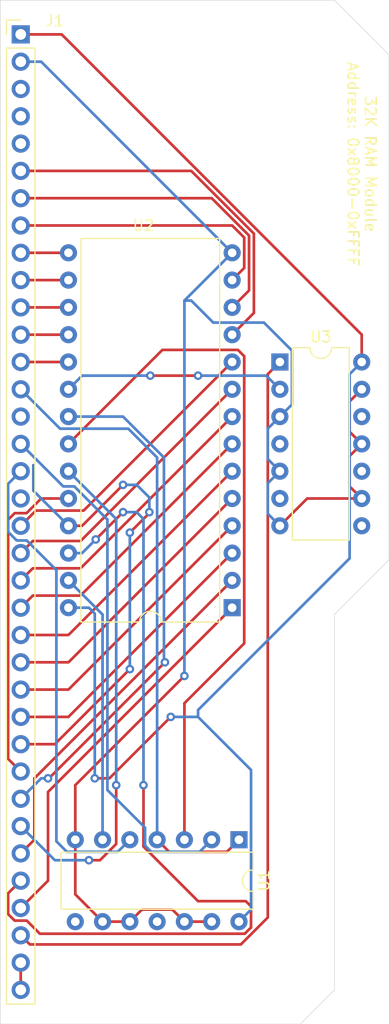
<source format=kicad_pcb>
(kicad_pcb (version 20171130) (host pcbnew 5.1.6-c6e7f7d~86~ubuntu18.04.1)

  (general
    (thickness 1.6)
    (drawings 11)
    (tracks 204)
    (zones 0)
    (modules 4)
    (nets 46)
  )

  (page A4)
  (layers
    (0 F.Cu signal)
    (31 B.Cu signal)
    (32 B.Adhes user)
    (33 F.Adhes user)
    (34 B.Paste user)
    (35 F.Paste user)
    (36 B.SilkS user)
    (37 F.SilkS user)
    (38 B.Mask user)
    (39 F.Mask user)
    (40 Dwgs.User user)
    (41 Cmts.User user)
    (42 Eco1.User user)
    (43 Eco2.User user)
    (44 Edge.Cuts user)
    (45 Margin user)
    (46 B.CrtYd user)
    (47 F.CrtYd user)
    (48 B.Fab user)
    (49 F.Fab user)
  )

  (setup
    (last_trace_width 0.25)
    (trace_clearance 0.2)
    (zone_clearance 0.508)
    (zone_45_only no)
    (trace_min 0.2)
    (via_size 0.8)
    (via_drill 0.4)
    (via_min_size 0.4)
    (via_min_drill 0.3)
    (uvia_size 0.3)
    (uvia_drill 0.1)
    (uvias_allowed no)
    (uvia_min_size 0.2)
    (uvia_min_drill 0.1)
    (edge_width 0.05)
    (segment_width 0.2)
    (pcb_text_width 0.3)
    (pcb_text_size 1.5 1.5)
    (mod_edge_width 0.12)
    (mod_text_size 1 1)
    (mod_text_width 0.15)
    (pad_size 1.524 1.524)
    (pad_drill 0.762)
    (pad_to_mask_clearance 0.05)
    (aux_axis_origin 0 0)
    (visible_elements FFFFFF7F)
    (pcbplotparams
      (layerselection 0x010fc_ffffffff)
      (usegerberextensions false)
      (usegerberattributes true)
      (usegerberadvancedattributes true)
      (creategerberjobfile true)
      (excludeedgelayer true)
      (linewidth 0.100000)
      (plotframeref false)
      (viasonmask false)
      (mode 1)
      (useauxorigin false)
      (hpglpennumber 1)
      (hpglpenspeed 20)
      (hpglpendiameter 15.000000)
      (psnegative false)
      (psa4output false)
      (plotreference true)
      (plotvalue true)
      (plotinvisibletext false)
      (padsonsilk false)
      (subtractmaskfromsilk false)
      (outputformat 1)
      (mirror false)
      (drillshape 1)
      (scaleselection 1)
      (outputdirectory ""))
  )

  (net 0 "")
  (net 1 "Net-(J1-Pad35)")
  (net 2 A15)
  (net 3 "Net-(J1-Pad33)")
  (net 4 "Net-(J1-Pad32)")
  (net 5 "Net-(J1-Pad31)")
  (net 6 "Net-(J1-Pad30)")
  (net 7 "Net-(J1-Pad29)")
  (net 8 "Net-(J1-Pad28)")
  (net 9 "Net-(J1-Pad27)")
  (net 10 "Net-(J1-Pad26)")
  (net 11 "Net-(J1-Pad25)")
  (net 12 "Net-(J1-Pad24)")
  (net 13 "Net-(J1-Pad23)")
  (net 14 "Net-(J1-Pad22)")
  (net 15 "Net-(J1-Pad21)")
  (net 16 "Net-(J1-Pad20)")
  (net 17 "Net-(J1-Pad19)")
  (net 18 "Net-(J1-Pad18)")
  (net 19 WR)
  (net 20 RD)
  (net 21 "Net-(J1-Pad15)")
  (net 22 MREQ)
  (net 23 "Net-(J1-Pad13)")
  (net 24 "Net-(J1-Pad12)")
  (net 25 "Net-(J1-Pad11)")
  (net 26 "Net-(J1-Pad10)")
  (net 27 "Net-(J1-Pad9)")
  (net 28 "Net-(J1-Pad8)")
  (net 29 "Net-(J1-Pad7)")
  (net 30 "Net-(J1-Pad6)")
  (net 31 "Net-(J1-Pad5)")
  (net 32 "Net-(J1-Pad4)")
  (net 33 "Net-(J1-Pad3)")
  (net 34 GND)
  (net 35 +5V)
  (net 36 WE)
  (net 37 "Net-(U1-Pad11)")
  (net 38 OE)
  (net 39 "Net-(U1-Pad8)")
  (net 40 CE)
  (net 41 "Net-(U3-Pad6)")
  (net 42 "Net-(U3-Pad12)")
  (net 43 "Net-(U3-Pad4)")
  (net 44 "Net-(U3-Pad10)")
  (net 45 "Net-(U3-Pad8)")

  (net_class Default "This is the default net class."
    (clearance 0.2)
    (trace_width 0.25)
    (via_dia 0.8)
    (via_drill 0.4)
    (uvia_dia 0.3)
    (uvia_drill 0.1)
    (add_net +5V)
    (add_net A15)
    (add_net CE)
    (add_net GND)
    (add_net MREQ)
    (add_net "Net-(J1-Pad10)")
    (add_net "Net-(J1-Pad11)")
    (add_net "Net-(J1-Pad12)")
    (add_net "Net-(J1-Pad13)")
    (add_net "Net-(J1-Pad15)")
    (add_net "Net-(J1-Pad18)")
    (add_net "Net-(J1-Pad19)")
    (add_net "Net-(J1-Pad20)")
    (add_net "Net-(J1-Pad21)")
    (add_net "Net-(J1-Pad22)")
    (add_net "Net-(J1-Pad23)")
    (add_net "Net-(J1-Pad24)")
    (add_net "Net-(J1-Pad25)")
    (add_net "Net-(J1-Pad26)")
    (add_net "Net-(J1-Pad27)")
    (add_net "Net-(J1-Pad28)")
    (add_net "Net-(J1-Pad29)")
    (add_net "Net-(J1-Pad3)")
    (add_net "Net-(J1-Pad30)")
    (add_net "Net-(J1-Pad31)")
    (add_net "Net-(J1-Pad32)")
    (add_net "Net-(J1-Pad33)")
    (add_net "Net-(J1-Pad35)")
    (add_net "Net-(J1-Pad4)")
    (add_net "Net-(J1-Pad5)")
    (add_net "Net-(J1-Pad6)")
    (add_net "Net-(J1-Pad7)")
    (add_net "Net-(J1-Pad8)")
    (add_net "Net-(J1-Pad9)")
    (add_net "Net-(U1-Pad11)")
    (add_net "Net-(U1-Pad8)")
    (add_net "Net-(U3-Pad10)")
    (add_net "Net-(U3-Pad12)")
    (add_net "Net-(U3-Pad4)")
    (add_net "Net-(U3-Pad6)")
    (add_net "Net-(U3-Pad8)")
    (add_net OE)
    (add_net RD)
    (add_net WE)
    (add_net WR)
  )

  (module Connector_PinHeader_2.54mm:PinHeader_1x36_P2.54mm_Vertical (layer F.Cu) (tedit 59FED5CC) (tstamp 5EF6CA45)
    (at 59.055 71.755)
    (descr "Through hole straight pin header, 1x36, 2.54mm pitch, single row")
    (tags "Through hole pin header THT 1x36 2.54mm single row")
    (path /5EF64177)
    (fp_text reference J1 (at 3.175 -1.27) (layer F.SilkS)
      (effects (font (size 1 1) (thickness 0.15)))
    )
    (fp_text value Bus (at 4.385 91.17) (layer F.Fab)
      (effects (font (size 1 1) (thickness 0.15)))
    )
    (fp_text user %R (at 2.77 44.45 90) (layer F.Fab)
      (effects (font (size 1 1) (thickness 0.15)))
    )
    (fp_line (start -0.635 -1.27) (end 1.27 -1.27) (layer F.Fab) (width 0.1))
    (fp_line (start 1.27 -1.27) (end 1.27 90.17) (layer F.Fab) (width 0.1))
    (fp_line (start 1.27 90.17) (end -1.27 90.17) (layer F.Fab) (width 0.1))
    (fp_line (start -1.27 90.17) (end -1.27 -0.635) (layer F.Fab) (width 0.1))
    (fp_line (start -1.27 -0.635) (end -0.635 -1.27) (layer F.Fab) (width 0.1))
    (fp_line (start -1.33 90.23) (end 1.33 90.23) (layer F.SilkS) (width 0.12))
    (fp_line (start -1.33 1.27) (end -1.33 90.23) (layer F.SilkS) (width 0.12))
    (fp_line (start 1.33 1.27) (end 1.33 90.23) (layer F.SilkS) (width 0.12))
    (fp_line (start -1.33 1.27) (end 1.33 1.27) (layer F.SilkS) (width 0.12))
    (fp_line (start -1.33 0) (end -1.33 -1.33) (layer F.SilkS) (width 0.12))
    (fp_line (start -1.33 -1.33) (end 0 -1.33) (layer F.SilkS) (width 0.12))
    (fp_line (start -1.8 -1.8) (end -1.8 90.7) (layer F.CrtYd) (width 0.05))
    (fp_line (start -1.8 90.7) (end 1.8 90.7) (layer F.CrtYd) (width 0.05))
    (fp_line (start 1.8 90.7) (end 1.8 -1.8) (layer F.CrtYd) (width 0.05))
    (fp_line (start 1.8 -1.8) (end -1.8 -1.8) (layer F.CrtYd) (width 0.05))
    (pad 36 thru_hole oval (at 0 88.9) (size 1.7 1.7) (drill 1) (layers *.Cu *.Mask)
      (net 1 "Net-(J1-Pad35)"))
    (pad 35 thru_hole oval (at 0 86.36) (size 1.7 1.7) (drill 1) (layers *.Cu *.Mask)
      (net 1 "Net-(J1-Pad35)"))
    (pad 34 thru_hole oval (at 0 83.82) (size 1.7 1.7) (drill 1) (layers *.Cu *.Mask)
      (net 2 A15))
    (pad 33 thru_hole oval (at 0 81.28) (size 1.7 1.7) (drill 1) (layers *.Cu *.Mask)
      (net 3 "Net-(J1-Pad33)"))
    (pad 32 thru_hole oval (at 0 78.74) (size 1.7 1.7) (drill 1) (layers *.Cu *.Mask)
      (net 4 "Net-(J1-Pad32)"))
    (pad 31 thru_hole oval (at 0 76.2) (size 1.7 1.7) (drill 1) (layers *.Cu *.Mask)
      (net 5 "Net-(J1-Pad31)"))
    (pad 30 thru_hole oval (at 0 73.66) (size 1.7 1.7) (drill 1) (layers *.Cu *.Mask)
      (net 6 "Net-(J1-Pad30)"))
    (pad 29 thru_hole oval (at 0 71.12) (size 1.7 1.7) (drill 1) (layers *.Cu *.Mask)
      (net 7 "Net-(J1-Pad29)"))
    (pad 28 thru_hole oval (at 0 68.58) (size 1.7 1.7) (drill 1) (layers *.Cu *.Mask)
      (net 8 "Net-(J1-Pad28)"))
    (pad 27 thru_hole oval (at 0 66.04) (size 1.7 1.7) (drill 1) (layers *.Cu *.Mask)
      (net 9 "Net-(J1-Pad27)"))
    (pad 26 thru_hole oval (at 0 63.5) (size 1.7 1.7) (drill 1) (layers *.Cu *.Mask)
      (net 10 "Net-(J1-Pad26)"))
    (pad 25 thru_hole oval (at 0 60.96) (size 1.7 1.7) (drill 1) (layers *.Cu *.Mask)
      (net 11 "Net-(J1-Pad25)"))
    (pad 24 thru_hole oval (at 0 58.42) (size 1.7 1.7) (drill 1) (layers *.Cu *.Mask)
      (net 12 "Net-(J1-Pad24)"))
    (pad 23 thru_hole oval (at 0 55.88) (size 1.7 1.7) (drill 1) (layers *.Cu *.Mask)
      (net 13 "Net-(J1-Pad23)"))
    (pad 22 thru_hole oval (at 0 53.34) (size 1.7 1.7) (drill 1) (layers *.Cu *.Mask)
      (net 14 "Net-(J1-Pad22)"))
    (pad 21 thru_hole oval (at 0 50.8) (size 1.7 1.7) (drill 1) (layers *.Cu *.Mask)
      (net 15 "Net-(J1-Pad21)"))
    (pad 20 thru_hole oval (at 0 48.26) (size 1.7 1.7) (drill 1) (layers *.Cu *.Mask)
      (net 16 "Net-(J1-Pad20)"))
    (pad 19 thru_hole oval (at 0 45.72) (size 1.7 1.7) (drill 1) (layers *.Cu *.Mask)
      (net 17 "Net-(J1-Pad19)"))
    (pad 18 thru_hole oval (at 0 43.18) (size 1.7 1.7) (drill 1) (layers *.Cu *.Mask)
      (net 18 "Net-(J1-Pad18)"))
    (pad 17 thru_hole oval (at 0 40.64) (size 1.7 1.7) (drill 1) (layers *.Cu *.Mask)
      (net 19 WR))
    (pad 16 thru_hole oval (at 0 38.1) (size 1.7 1.7) (drill 1) (layers *.Cu *.Mask)
      (net 20 RD))
    (pad 15 thru_hole oval (at 0 35.56) (size 1.7 1.7) (drill 1) (layers *.Cu *.Mask)
      (net 21 "Net-(J1-Pad15)"))
    (pad 14 thru_hole oval (at 0 33.02) (size 1.7 1.7) (drill 1) (layers *.Cu *.Mask)
      (net 22 MREQ))
    (pad 13 thru_hole oval (at 0 30.48) (size 1.7 1.7) (drill 1) (layers *.Cu *.Mask)
      (net 23 "Net-(J1-Pad13)"))
    (pad 12 thru_hole oval (at 0 27.94) (size 1.7 1.7) (drill 1) (layers *.Cu *.Mask)
      (net 24 "Net-(J1-Pad12)"))
    (pad 11 thru_hole oval (at 0 25.4) (size 1.7 1.7) (drill 1) (layers *.Cu *.Mask)
      (net 25 "Net-(J1-Pad11)"))
    (pad 10 thru_hole oval (at 0 22.86) (size 1.7 1.7) (drill 1) (layers *.Cu *.Mask)
      (net 26 "Net-(J1-Pad10)"))
    (pad 9 thru_hole oval (at 0 20.32) (size 1.7 1.7) (drill 1) (layers *.Cu *.Mask)
      (net 27 "Net-(J1-Pad9)"))
    (pad 8 thru_hole oval (at 0 17.78) (size 1.7 1.7) (drill 1) (layers *.Cu *.Mask)
      (net 28 "Net-(J1-Pad8)"))
    (pad 7 thru_hole oval (at 0 15.24) (size 1.7 1.7) (drill 1) (layers *.Cu *.Mask)
      (net 29 "Net-(J1-Pad7)"))
    (pad 6 thru_hole oval (at 0 12.7) (size 1.7 1.7) (drill 1) (layers *.Cu *.Mask)
      (net 30 "Net-(J1-Pad6)"))
    (pad 5 thru_hole oval (at 0 10.16) (size 1.7 1.7) (drill 1) (layers *.Cu *.Mask)
      (net 31 "Net-(J1-Pad5)"))
    (pad 4 thru_hole oval (at 0 7.62) (size 1.7 1.7) (drill 1) (layers *.Cu *.Mask)
      (net 32 "Net-(J1-Pad4)"))
    (pad 3 thru_hole oval (at 0 5.08) (size 1.7 1.7) (drill 1) (layers *.Cu *.Mask)
      (net 33 "Net-(J1-Pad3)"))
    (pad 2 thru_hole oval (at 0 2.54) (size 1.7 1.7) (drill 1) (layers *.Cu *.Mask)
      (net 34 GND))
    (pad 1 thru_hole rect (at 0 0) (size 1.7 1.7) (drill 1) (layers *.Cu *.Mask)
      (net 35 +5V))
    (model ${KISYS3DMOD}/Connector_PinHeader_2.54mm.3dshapes/PinHeader_1x36_P2.54mm_Vertical.wrl
      (at (xyz 0 0 0))
      (scale (xyz 1 1 1))
      (rotate (xyz 0 0 0))
    )
  )

  (module Package_DIP:DIP-14_W7.62mm (layer F.Cu) (tedit 5A02E8C5) (tstamp 5EF6CAB9)
    (at 83.185 102.235)
    (descr "14-lead though-hole mounted DIP package, row spacing 7.62 mm (300 mils)")
    (tags "THT DIP DIL PDIP 2.54mm 7.62mm 300mil")
    (path /5EF75A8F)
    (fp_text reference U3 (at 3.81 -2.33) (layer F.SilkS)
      (effects (font (size 1 1) (thickness 0.15)))
    )
    (fp_text value 74HC04 (at 3.81 17.57) (layer F.Fab)
      (effects (font (size 1 1) (thickness 0.15)))
    )
    (fp_text user %R (at 3.81 7.62) (layer F.Fab)
      (effects (font (size 1 1) (thickness 0.15)))
    )
    (fp_arc (start 3.81 -1.33) (end 2.81 -1.33) (angle -180) (layer F.SilkS) (width 0.12))
    (fp_line (start 1.635 -1.27) (end 6.985 -1.27) (layer F.Fab) (width 0.1))
    (fp_line (start 6.985 -1.27) (end 6.985 16.51) (layer F.Fab) (width 0.1))
    (fp_line (start 6.985 16.51) (end 0.635 16.51) (layer F.Fab) (width 0.1))
    (fp_line (start 0.635 16.51) (end 0.635 -0.27) (layer F.Fab) (width 0.1))
    (fp_line (start 0.635 -0.27) (end 1.635 -1.27) (layer F.Fab) (width 0.1))
    (fp_line (start 2.81 -1.33) (end 1.16 -1.33) (layer F.SilkS) (width 0.12))
    (fp_line (start 1.16 -1.33) (end 1.16 16.57) (layer F.SilkS) (width 0.12))
    (fp_line (start 1.16 16.57) (end 6.46 16.57) (layer F.SilkS) (width 0.12))
    (fp_line (start 6.46 16.57) (end 6.46 -1.33) (layer F.SilkS) (width 0.12))
    (fp_line (start 6.46 -1.33) (end 4.81 -1.33) (layer F.SilkS) (width 0.12))
    (fp_line (start -1.1 -1.55) (end -1.1 16.8) (layer F.CrtYd) (width 0.05))
    (fp_line (start -1.1 16.8) (end 8.7 16.8) (layer F.CrtYd) (width 0.05))
    (fp_line (start 8.7 16.8) (end 8.7 -1.55) (layer F.CrtYd) (width 0.05))
    (fp_line (start 8.7 -1.55) (end -1.1 -1.55) (layer F.CrtYd) (width 0.05))
    (pad 14 thru_hole oval (at 7.62 0) (size 1.6 1.6) (drill 0.8) (layers *.Cu *.Mask)
      (net 35 +5V))
    (pad 7 thru_hole oval (at 0 15.24) (size 1.6 1.6) (drill 0.8) (layers *.Cu *.Mask)
      (net 34 GND))
    (pad 13 thru_hole oval (at 7.62 2.54) (size 1.6 1.6) (drill 0.8) (layers *.Cu *.Mask)
      (net 34 GND))
    (pad 6 thru_hole oval (at 0 12.7) (size 1.6 1.6) (drill 0.8) (layers *.Cu *.Mask)
      (net 41 "Net-(U3-Pad6)"))
    (pad 12 thru_hole oval (at 7.62 5.08) (size 1.6 1.6) (drill 0.8) (layers *.Cu *.Mask)
      (net 42 "Net-(U3-Pad12)"))
    (pad 5 thru_hole oval (at 0 10.16) (size 1.6 1.6) (drill 0.8) (layers *.Cu *.Mask)
      (net 34 GND))
    (pad 11 thru_hole oval (at 7.62 7.62) (size 1.6 1.6) (drill 0.8) (layers *.Cu *.Mask)
      (net 34 GND))
    (pad 4 thru_hole oval (at 0 7.62) (size 1.6 1.6) (drill 0.8) (layers *.Cu *.Mask)
      (net 43 "Net-(U3-Pad4)"))
    (pad 10 thru_hole oval (at 7.62 10.16) (size 1.6 1.6) (drill 0.8) (layers *.Cu *.Mask)
      (net 44 "Net-(U3-Pad10)"))
    (pad 3 thru_hole oval (at 0 5.08) (size 1.6 1.6) (drill 0.8) (layers *.Cu *.Mask)
      (net 34 GND))
    (pad 9 thru_hole oval (at 7.62 12.7) (size 1.6 1.6) (drill 0.8) (layers *.Cu *.Mask)
      (net 34 GND))
    (pad 2 thru_hole oval (at 0 2.54) (size 1.6 1.6) (drill 0.8) (layers *.Cu *.Mask)
      (net 40 CE))
    (pad 8 thru_hole oval (at 7.62 15.24) (size 1.6 1.6) (drill 0.8) (layers *.Cu *.Mask)
      (net 45 "Net-(U3-Pad8)"))
    (pad 1 thru_hole rect (at 0 0) (size 1.6 1.6) (drill 0.8) (layers *.Cu *.Mask)
      (net 2 A15))
    (model ${KISYS3DMOD}/Package_DIP.3dshapes/DIP-14_W7.62mm.wrl
      (at (xyz 0 0 0))
      (scale (xyz 1 1 1))
      (rotate (xyz 0 0 0))
    )
  )

  (module Package_DIP:DIP-28_W15.24mm (layer F.Cu) (tedit 5A02E8C5) (tstamp 5EF6CA97)
    (at 78.74 125.095 180)
    (descr "28-lead though-hole mounted DIP package, row spacing 15.24 mm (600 mils)")
    (tags "THT DIP DIL PDIP 2.54mm 15.24mm 600mil")
    (path /5F00BA57)
    (fp_text reference U2 (at 8.255 35.56) (layer F.SilkS)
      (effects (font (size 1 1) (thickness 0.15)))
    )
    (fp_text value AS6C62256-55 (at 7.62 33.02) (layer F.Fab)
      (effects (font (size 1 1) (thickness 0.15)))
    )
    (fp_text user %R (at 8.255 31.115) (layer F.Fab)
      (effects (font (size 1 1) (thickness 0.15)))
    )
    (fp_arc (start 7.62 -1.33) (end 6.62 -1.33) (angle -180) (layer F.SilkS) (width 0.12))
    (fp_line (start 1.255 -1.27) (end 14.985 -1.27) (layer F.Fab) (width 0.1))
    (fp_line (start 14.985 -1.27) (end 14.985 34.29) (layer F.Fab) (width 0.1))
    (fp_line (start 14.985 34.29) (end 0.255 34.29) (layer F.Fab) (width 0.1))
    (fp_line (start 0.255 34.29) (end 0.255 -0.27) (layer F.Fab) (width 0.1))
    (fp_line (start 0.255 -0.27) (end 1.255 -1.27) (layer F.Fab) (width 0.1))
    (fp_line (start 6.62 -1.33) (end 1.16 -1.33) (layer F.SilkS) (width 0.12))
    (fp_line (start 1.16 -1.33) (end 1.16 34.35) (layer F.SilkS) (width 0.12))
    (fp_line (start 1.16 34.35) (end 14.08 34.35) (layer F.SilkS) (width 0.12))
    (fp_line (start 14.08 34.35) (end 14.08 -1.33) (layer F.SilkS) (width 0.12))
    (fp_line (start 14.08 -1.33) (end 8.62 -1.33) (layer F.SilkS) (width 0.12))
    (fp_line (start -1.05 -1.55) (end -1.05 34.55) (layer F.CrtYd) (width 0.05))
    (fp_line (start -1.05 34.55) (end 16.3 34.55) (layer F.CrtYd) (width 0.05))
    (fp_line (start 16.3 34.55) (end 16.3 -1.55) (layer F.CrtYd) (width 0.05))
    (fp_line (start 16.3 -1.55) (end -1.05 -1.55) (layer F.CrtYd) (width 0.05))
    (pad 28 thru_hole oval (at 15.24 0 180) (size 1.6 1.6) (drill 0.8) (layers *.Cu *.Mask)
      (net 35 +5V))
    (pad 14 thru_hole oval (at 0 33.02 180) (size 1.6 1.6) (drill 0.8) (layers *.Cu *.Mask)
      (net 34 GND))
    (pad 27 thru_hole oval (at 15.24 2.54 180) (size 1.6 1.6) (drill 0.8) (layers *.Cu *.Mask)
      (net 36 WE))
    (pad 13 thru_hole oval (at 0 30.48 180) (size 1.6 1.6) (drill 0.8) (layers *.Cu *.Mask)
      (net 28 "Net-(J1-Pad8)"))
    (pad 26 thru_hole oval (at 15.24 5.08 180) (size 1.6 1.6) (drill 0.8) (layers *.Cu *.Mask)
      (net 4 "Net-(J1-Pad32)"))
    (pad 12 thru_hole oval (at 0 27.94 180) (size 1.6 1.6) (drill 0.8) (layers *.Cu *.Mask)
      (net 29 "Net-(J1-Pad7)"))
    (pad 25 thru_hole oval (at 15.24 7.62 180) (size 1.6 1.6) (drill 0.8) (layers *.Cu *.Mask)
      (net 9 "Net-(J1-Pad27)"))
    (pad 11 thru_hole oval (at 0 25.4 180) (size 1.6 1.6) (drill 0.8) (layers *.Cu *.Mask)
      (net 30 "Net-(J1-Pad6)"))
    (pad 24 thru_hole oval (at 15.24 10.16 180) (size 1.6 1.6) (drill 0.8) (layers *.Cu *.Mask)
      (net 8 "Net-(J1-Pad28)"))
    (pad 10 thru_hole oval (at 0 22.86 180) (size 1.6 1.6) (drill 0.8) (layers *.Cu *.Mask)
      (net 17 "Net-(J1-Pad19)"))
    (pad 23 thru_hole oval (at 15.24 12.7 180) (size 1.6 1.6) (drill 0.8) (layers *.Cu *.Mask)
      (net 6 "Net-(J1-Pad30)"))
    (pad 9 thru_hole oval (at 0 20.32 180) (size 1.6 1.6) (drill 0.8) (layers *.Cu *.Mask)
      (net 16 "Net-(J1-Pad20)"))
    (pad 22 thru_hole oval (at 15.24 15.24 180) (size 1.6 1.6) (drill 0.8) (layers *.Cu *.Mask)
      (net 38 OE))
    (pad 8 thru_hole oval (at 0 17.78 180) (size 1.6 1.6) (drill 0.8) (layers *.Cu *.Mask)
      (net 15 "Net-(J1-Pad21)"))
    (pad 21 thru_hole oval (at 15.24 17.78 180) (size 1.6 1.6) (drill 0.8) (layers *.Cu *.Mask)
      (net 7 "Net-(J1-Pad29)"))
    (pad 7 thru_hole oval (at 0 15.24 180) (size 1.6 1.6) (drill 0.8) (layers *.Cu *.Mask)
      (net 14 "Net-(J1-Pad22)"))
    (pad 20 thru_hole oval (at 15.24 20.32 180) (size 1.6 1.6) (drill 0.8) (layers *.Cu *.Mask)
      (net 40 CE))
    (pad 6 thru_hole oval (at 0 12.7 180) (size 1.6 1.6) (drill 0.8) (layers *.Cu *.Mask)
      (net 13 "Net-(J1-Pad23)"))
    (pad 19 thru_hole oval (at 15.24 22.86 180) (size 1.6 1.6) (drill 0.8) (layers *.Cu *.Mask)
      (net 23 "Net-(J1-Pad13)"))
    (pad 5 thru_hole oval (at 0 10.16 180) (size 1.6 1.6) (drill 0.8) (layers *.Cu *.Mask)
      (net 12 "Net-(J1-Pad24)"))
    (pad 18 thru_hole oval (at 15.24 25.4 180) (size 1.6 1.6) (drill 0.8) (layers *.Cu *.Mask)
      (net 24 "Net-(J1-Pad12)"))
    (pad 4 thru_hole oval (at 0 7.62 180) (size 1.6 1.6) (drill 0.8) (layers *.Cu *.Mask)
      (net 11 "Net-(J1-Pad25)"))
    (pad 17 thru_hole oval (at 15.24 27.94 180) (size 1.6 1.6) (drill 0.8) (layers *.Cu *.Mask)
      (net 25 "Net-(J1-Pad11)"))
    (pad 3 thru_hole oval (at 0 5.08 180) (size 1.6 1.6) (drill 0.8) (layers *.Cu *.Mask)
      (net 10 "Net-(J1-Pad26)"))
    (pad 16 thru_hole oval (at 15.24 30.48 180) (size 1.6 1.6) (drill 0.8) (layers *.Cu *.Mask)
      (net 26 "Net-(J1-Pad10)"))
    (pad 2 thru_hole oval (at 0 2.54 180) (size 1.6 1.6) (drill 0.8) (layers *.Cu *.Mask)
      (net 5 "Net-(J1-Pad31)"))
    (pad 15 thru_hole oval (at 15.24 33.02 180) (size 1.6 1.6) (drill 0.8) (layers *.Cu *.Mask)
      (net 27 "Net-(J1-Pad9)"))
    (pad 1 thru_hole rect (at 0 0 180) (size 1.6 1.6) (drill 0.8) (layers *.Cu *.Mask)
      (net 3 "Net-(J1-Pad33)"))
    (model ${KISYS3DMOD}/Package_DIP.3dshapes/DIP-28_W15.24mm.wrl
      (at (xyz 0 0 0))
      (scale (xyz 1 1 1))
      (rotate (xyz 0 0 0))
    )
  )

  (module Package_DIP:DIP-14_W7.62mm (layer F.Cu) (tedit 5A02E8C5) (tstamp 5EF6CA67)
    (at 79.375 146.685 270)
    (descr "14-lead though-hole mounted DIP package, row spacing 7.62 mm (300 mils)")
    (tags "THT DIP DIL PDIP 2.54mm 7.62mm 300mil")
    (path /5EF65F3A)
    (fp_text reference U1 (at 3.81 -2.33 270) (layer F.SilkS)
      (effects (font (size 1 1) (thickness 0.15)))
    )
    (fp_text value 74LS32 (at 3.81 17.57 90) (layer F.Fab)
      (effects (font (size 1 1) (thickness 0.15)))
    )
    (fp_text user %R (at 3.81 7.62 90) (layer F.Fab)
      (effects (font (size 1 1) (thickness 0.15)))
    )
    (fp_arc (start 3.81 -1.33) (end 2.81 -1.33) (angle -180) (layer F.SilkS) (width 0.12))
    (fp_line (start 1.635 -1.27) (end 6.985 -1.27) (layer F.Fab) (width 0.1))
    (fp_line (start 6.985 -1.27) (end 6.985 16.51) (layer F.Fab) (width 0.1))
    (fp_line (start 6.985 16.51) (end 0.635 16.51) (layer F.Fab) (width 0.1))
    (fp_line (start 0.635 16.51) (end 0.635 -0.27) (layer F.Fab) (width 0.1))
    (fp_line (start 0.635 -0.27) (end 1.635 -1.27) (layer F.Fab) (width 0.1))
    (fp_line (start 2.81 -1.33) (end 1.16 -1.33) (layer F.SilkS) (width 0.12))
    (fp_line (start 1.16 -1.33) (end 1.16 16.57) (layer F.SilkS) (width 0.12))
    (fp_line (start 1.16 16.57) (end 6.46 16.57) (layer F.SilkS) (width 0.12))
    (fp_line (start 6.46 16.57) (end 6.46 -1.33) (layer F.SilkS) (width 0.12))
    (fp_line (start 6.46 -1.33) (end 4.81 -1.33) (layer F.SilkS) (width 0.12))
    (fp_line (start -1.1 -1.55) (end -1.1 16.8) (layer F.CrtYd) (width 0.05))
    (fp_line (start -1.1 16.8) (end 8.7 16.8) (layer F.CrtYd) (width 0.05))
    (fp_line (start 8.7 16.8) (end 8.7 -1.55) (layer F.CrtYd) (width 0.05))
    (fp_line (start 8.7 -1.55) (end -1.1 -1.55) (layer F.CrtYd) (width 0.05))
    (pad 14 thru_hole oval (at 7.62 0 270) (size 1.6 1.6) (drill 0.8) (layers *.Cu *.Mask)
      (net 35 +5V))
    (pad 7 thru_hole oval (at 0 15.24 270) (size 1.6 1.6) (drill 0.8) (layers *.Cu *.Mask)
      (net 34 GND))
    (pad 13 thru_hole oval (at 7.62 2.54 270) (size 1.6 1.6) (drill 0.8) (layers *.Cu *.Mask)
      (net 34 GND))
    (pad 6 thru_hole oval (at 0 12.7 270) (size 1.6 1.6) (drill 0.8) (layers *.Cu *.Mask)
      (net 36 WE))
    (pad 12 thru_hole oval (at 7.62 5.08 270) (size 1.6 1.6) (drill 0.8) (layers *.Cu *.Mask)
      (net 34 GND))
    (pad 5 thru_hole oval (at 0 10.16 270) (size 1.6 1.6) (drill 0.8) (layers *.Cu *.Mask)
      (net 19 WR))
    (pad 11 thru_hole oval (at 7.62 7.62 270) (size 1.6 1.6) (drill 0.8) (layers *.Cu *.Mask)
      (net 37 "Net-(U1-Pad11)"))
    (pad 4 thru_hole oval (at 0 7.62 270) (size 1.6 1.6) (drill 0.8) (layers *.Cu *.Mask)
      (net 22 MREQ))
    (pad 10 thru_hole oval (at 7.62 10.16 270) (size 1.6 1.6) (drill 0.8) (layers *.Cu *.Mask)
      (net 34 GND))
    (pad 3 thru_hole oval (at 0 5.08 270) (size 1.6 1.6) (drill 0.8) (layers *.Cu *.Mask)
      (net 38 OE))
    (pad 9 thru_hole oval (at 7.62 12.7 270) (size 1.6 1.6) (drill 0.8) (layers *.Cu *.Mask)
      (net 34 GND))
    (pad 2 thru_hole oval (at 0 2.54 270) (size 1.6 1.6) (drill 0.8) (layers *.Cu *.Mask)
      (net 20 RD))
    (pad 8 thru_hole oval (at 7.62 15.24 270) (size 1.6 1.6) (drill 0.8) (layers *.Cu *.Mask)
      (net 39 "Net-(U1-Pad8)"))
    (pad 1 thru_hole rect (at 0 0 270) (size 1.6 1.6) (drill 0.8) (layers *.Cu *.Mask)
      (net 22 MREQ))
    (model ${KISYS3DMOD}/Package_DIP.3dshapes/DIP-14_W7.62mm.wrl
      (at (xyz 0 0 0))
      (scale (xyz 1 1 1))
      (rotate (xyz 0 0 0))
    )
  )

  (gr_text "32K RAM Module\nAddress: 0x8000-0xFFFF" (at 90.805 83.82 270) (layer F.SilkS)
    (effects (font (size 1 1) (thickness 0.15)))
  )
  (gr_line (start 93.345 73.66) (end 93.345 80.645) (layer Edge.Cuts) (width 0.05) (tstamp 5EF70193))
  (gr_line (start 57.15 68.58) (end 88.265 68.58) (layer Edge.Cuts) (width 0.05) (tstamp 5EF70192))
  (gr_line (start 88.265 68.58) (end 93.345 73.66) (layer Edge.Cuts) (width 0.05))
  (gr_line (start 93.345 109.22) (end 93.345 80.645) (layer Edge.Cuts) (width 0.05))
  (gr_line (start 93.345 120.65) (end 93.345 109.22) (layer Edge.Cuts) (width 0.05))
  (gr_line (start 88.265 125.73) (end 93.345 120.65) (layer Edge.Cuts) (width 0.05))
  (gr_line (start 88.265 160.655) (end 88.265 125.73) (layer Edge.Cuts) (width 0.05))
  (gr_line (start 85.09 163.83) (end 88.265 160.655) (layer Edge.Cuts) (width 0.05))
  (gr_line (start 57.15 163.83) (end 85.09 163.83) (layer Edge.Cuts) (width 0.05))
  (gr_line (start 57.15 68.58) (end 57.15 163.83) (layer Edge.Cuts) (width 0.05))

  (segment (start 59.055 158.115) (end 59.055 160.655) (width 0.25) (layer F.Cu) (net 1))
  (segment (start 82.059999 103.360001) (end 83.185 102.235) (width 0.25) (layer F.Cu) (net 2))
  (segment (start 82.059999 153.921413) (end 82.059999 103.360001) (width 0.25) (layer F.Cu) (net 2))
  (segment (start 79.556413 156.424999) (end 82.059999 153.921413) (width 0.25) (layer F.Cu) (net 2))
  (segment (start 59.904999 156.424999) (end 79.556413 156.424999) (width 0.25) (layer F.Cu) (net 2))
  (segment (start 59.055 155.575) (end 59.904999 156.424999) (width 0.25) (layer F.Cu) (net 2))
  (segment (start 59.055 153.035) (end 61.595 150.495) (width 0.25) (layer F.Cu) (net 3))
  (segment (start 61.595 142.24) (end 78.74 125.095) (width 0.25) (layer F.Cu) (net 3))
  (segment (start 61.595 150.495) (end 61.595 142.24) (width 0.25) (layer F.Cu) (net 3))
  (via (at 66.04 118.745) (size 0.8) (drill 0.4) (layers F.Cu B.Cu) (net 4))
  (segment (start 63.5 120.015) (end 64.77 120.015) (width 0.25) (layer B.Cu) (net 4))
  (segment (start 64.77 120.015) (end 66.04 118.745) (width 0.25) (layer B.Cu) (net 4))
  (via (at 68.58 116.205) (size 0.8) (drill 0.4) (layers F.Cu B.Cu) (net 4))
  (segment (start 66.04 118.745) (end 68.58 116.205) (width 0.25) (layer F.Cu) (net 4))
  (segment (start 68.58 116.205) (end 69.85 116.205) (width 0.25) (layer B.Cu) (net 4))
  (segment (start 69.85 116.205) (end 70.485 116.84) (width 0.25) (layer B.Cu) (net 4))
  (via (at 70.485 141.605) (size 0.8) (drill 0.4) (layers F.Cu B.Cu) (net 4))
  (segment (start 70.485 116.84) (end 70.485 141.605) (width 0.25) (layer B.Cu) (net 4))
  (segment (start 70.485 147.32) (end 75.565 152.4) (width 0.25) (layer F.Cu) (net 4))
  (segment (start 70.485 141.605) (end 70.485 147.32) (width 0.25) (layer F.Cu) (net 4))
  (segment (start 75.565 152.4) (end 80.01 152.4) (width 0.25) (layer F.Cu) (net 4))
  (segment (start 57.879999 151.670001) (end 59.055 150.495) (width 0.25) (layer F.Cu) (net 4))
  (segment (start 57.879999 153.599001) (end 57.879999 151.670001) (width 0.25) (layer F.Cu) (net 4))
  (segment (start 58.490999 154.210001) (end 57.879999 153.599001) (width 0.25) (layer F.Cu) (net 4))
  (segment (start 59.619001 154.210001) (end 58.490999 154.210001) (width 0.25) (layer F.Cu) (net 4))
  (segment (start 60.839001 155.430001) (end 59.619001 154.210001) (width 0.25) (layer F.Cu) (net 4))
  (segment (start 79.915001 155.430001) (end 60.839001 155.430001) (width 0.25) (layer F.Cu) (net 4))
  (segment (start 80.500001 154.845001) (end 79.915001 155.430001) (width 0.25) (layer F.Cu) (net 4))
  (segment (start 80.500001 152.890001) (end 80.500001 154.845001) (width 0.25) (layer F.Cu) (net 4))
  (segment (start 80.01 152.4) (end 80.500001 152.890001) (width 0.25) (layer F.Cu) (net 4))
  (segment (start 59.055 147.955) (end 60.325 146.685) (width 0.25) (layer F.Cu) (net 5))
  (segment (start 60.325 140.97) (end 78.74 122.555) (width 0.25) (layer F.Cu) (net 5))
  (segment (start 60.325 146.685) (end 60.325 140.97) (width 0.25) (layer F.Cu) (net 5))
  (segment (start 63.5 112.395) (end 67.945 116.84) (width 0.25) (layer B.Cu) (net 6))
  (via (at 67.945 141.605) (size 0.8) (drill 0.4) (layers F.Cu B.Cu) (net 6))
  (segment (start 67.945 116.84) (end 67.945 141.605) (width 0.25) (layer B.Cu) (net 6))
  (via (at 65.405 148.59) (size 0.8) (drill 0.4) (layers F.Cu B.Cu) (net 6))
  (segment (start 66.435002 148.59) (end 65.405 148.59) (width 0.25) (layer F.Cu) (net 6))
  (segment (start 67.945 141.605) (end 67.945 147.080002) (width 0.25) (layer F.Cu) (net 6))
  (segment (start 67.945 147.080002) (end 66.435002 148.59) (width 0.25) (layer F.Cu) (net 6))
  (segment (start 62.23 148.59) (end 59.055 145.415) (width 0.25) (layer B.Cu) (net 6))
  (segment (start 65.405 148.59) (end 62.23 148.59) (width 0.25) (layer B.Cu) (net 6))
  (segment (start 68.58141 107.315) (end 72.39 111.12359) (width 0.25) (layer B.Cu) (net 7))
  (segment (start 63.5 107.315) (end 68.58141 107.315) (width 0.25) (layer B.Cu) (net 7))
  (via (at 72.48 130.175) (size 0.8) (drill 0.4) (layers F.Cu B.Cu) (net 7))
  (segment (start 72.39 111.12359) (end 72.39 130.085) (width 0.25) (layer B.Cu) (net 7))
  (segment (start 72.39 130.085) (end 72.48 130.175) (width 0.25) (layer B.Cu) (net 7))
  (via (at 61.595 140.97) (size 0.8) (drill 0.4) (layers F.Cu B.Cu) (net 7))
  (segment (start 72.48 130.175) (end 61.685 140.97) (width 0.25) (layer F.Cu) (net 7))
  (segment (start 61.685 140.97) (end 61.595 140.97) (width 0.25) (layer F.Cu) (net 7))
  (segment (start 60.96 140.97) (end 59.055 142.875) (width 0.25) (layer B.Cu) (net 7))
  (segment (start 61.595 140.97) (end 60.96 140.97) (width 0.25) (layer B.Cu) (net 7))
  (segment (start 57.879999 139.159999) (end 59.055 140.335) (width 0.25) (layer F.Cu) (net 8))
  (segment (start 57.879999 116.910999) (end 57.879999 139.159999) (width 0.25) (layer F.Cu) (net 8))
  (segment (start 58.490999 116.299999) (end 57.879999 116.910999) (width 0.25) (layer F.Cu) (net 8))
  (segment (start 59.593591 116.299999) (end 58.490999 116.299999) (width 0.25) (layer F.Cu) (net 8))
  (segment (start 60.95859 114.935) (end 59.593591 116.299999) (width 0.25) (layer F.Cu) (net 8))
  (segment (start 63.5 114.935) (end 60.95859 114.935) (width 0.25) (layer F.Cu) (net 8))
  (segment (start 60.230001 114.205001) (end 60.230001 111.830999) (width 0.25) (layer B.Cu) (net 9))
  (segment (start 63.5 117.475) (end 60.230001 114.205001) (width 0.25) (layer B.Cu) (net 9))
  (segment (start 59.055 137.795) (end 62.23 137.795) (width 0.25) (layer F.Cu) (net 9))
  (via (at 69.215 130.81) (size 0.8) (drill 0.4) (layers F.Cu B.Cu) (net 9))
  (segment (start 62.23 137.795) (end 69.215 130.81) (width 0.25) (layer F.Cu) (net 9))
  (via (at 69.215 118.11) (size 0.8) (drill 0.4) (layers F.Cu B.Cu) (net 9))
  (segment (start 69.215 130.81) (end 69.215 118.11) (width 0.25) (layer B.Cu) (net 9))
  (via (at 71.03 116.205) (size 0.8) (drill 0.4) (layers F.Cu B.Cu) (net 9))
  (segment (start 69.215 118.11) (end 71.03 116.295) (width 0.25) (layer F.Cu) (net 9))
  (segment (start 71.03 116.295) (end 71.03 116.205) (width 0.25) (layer F.Cu) (net 9))
  (segment (start 71.03 116.205) (end 71.03 114.845) (width 0.25) (layer B.Cu) (net 9))
  (segment (start 71.03 114.845) (end 69.85 113.665) (width 0.25) (layer B.Cu) (net 9))
  (via (at 68.58 113.665) (size 0.8) (drill 0.4) (layers F.Cu B.Cu) (net 9))
  (segment (start 69.85 113.665) (end 68.58 113.665) (width 0.25) (layer B.Cu) (net 9))
  (segment (start 64.77 117.475) (end 63.5 117.475) (width 0.25) (layer F.Cu) (net 9))
  (segment (start 68.58 113.665) (end 64.77 117.475) (width 0.25) (layer F.Cu) (net 9))
  (segment (start 63.5 135.255) (end 78.74 120.015) (width 0.25) (layer F.Cu) (net 10))
  (segment (start 59.055 135.255) (end 63.5 135.255) (width 0.25) (layer F.Cu) (net 10))
  (segment (start 63.5 132.715) (end 78.74 117.475) (width 0.25) (layer F.Cu) (net 11))
  (segment (start 59.055 132.715) (end 63.5 132.715) (width 0.25) (layer F.Cu) (net 11))
  (segment (start 63.5 130.175) (end 78.74 114.935) (width 0.25) (layer F.Cu) (net 12))
  (segment (start 59.055 130.175) (end 63.5 130.175) (width 0.25) (layer F.Cu) (net 12))
  (segment (start 63.5 127.635) (end 78.74 112.395) (width 0.25) (layer F.Cu) (net 13))
  (segment (start 59.055 127.635) (end 63.5 127.635) (width 0.25) (layer F.Cu) (net 13))
  (segment (start 64.625001 123.969999) (end 78.74 109.855) (width 0.25) (layer F.Cu) (net 14))
  (segment (start 60.180001 123.969999) (end 64.625001 123.969999) (width 0.25) (layer F.Cu) (net 14))
  (segment (start 59.055 125.095) (end 60.180001 123.969999) (width 0.25) (layer F.Cu) (net 14))
  (segment (start 64.625001 121.429999) (end 78.74 107.315) (width 0.25) (layer F.Cu) (net 15))
  (segment (start 60.180001 121.429999) (end 64.625001 121.429999) (width 0.25) (layer F.Cu) (net 15))
  (segment (start 59.055 122.555) (end 60.180001 121.429999) (width 0.25) (layer F.Cu) (net 15))
  (segment (start 64.625001 118.889999) (end 78.74 104.775) (width 0.25) (layer F.Cu) (net 16))
  (segment (start 60.180001 118.889999) (end 64.625001 118.889999) (width 0.25) (layer F.Cu) (net 16))
  (segment (start 59.055 120.015) (end 60.180001 118.889999) (width 0.25) (layer F.Cu) (net 16))
  (segment (start 64.914999 116.060001) (end 78.74 102.235) (width 0.25) (layer F.Cu) (net 17))
  (segment (start 60.469999 116.060001) (end 64.914999 116.060001) (width 0.25) (layer F.Cu) (net 17))
  (segment (start 59.055 117.475) (end 60.469999 116.060001) (width 0.25) (layer F.Cu) (net 17))
  (segment (start 62.374999 121.595997) (end 62.374999 146.829999) (width 0.25) (layer B.Cu) (net 19))
  (segment (start 59.619001 118.839999) (end 62.374999 121.595997) (width 0.25) (layer B.Cu) (net 19))
  (segment (start 57.879999 118.039001) (end 58.680997 118.839999) (width 0.25) (layer B.Cu) (net 19))
  (segment (start 58.680997 118.839999) (end 59.619001 118.839999) (width 0.25) (layer B.Cu) (net 19))
  (segment (start 59.055 112.395) (end 57.879999 113.570001) (width 0.25) (layer B.Cu) (net 19))
  (segment (start 57.879999 113.570001) (end 57.879999 118.039001) (width 0.25) (layer B.Cu) (net 19))
  (segment (start 68.089999 147.810001) (end 69.215 146.685) (width 0.25) (layer B.Cu) (net 19))
  (segment (start 63.355001 147.810001) (end 68.089999 147.810001) (width 0.25) (layer B.Cu) (net 19))
  (segment (start 62.374999 146.829999) (end 63.355001 147.810001) (width 0.25) (layer B.Cu) (net 19))
  (segment (start 75.709999 147.810001) (end 76.835 146.685) (width 0.25) (layer B.Cu) (net 20))
  (segment (start 71.214999 147.810001) (end 75.709999 147.810001) (width 0.25) (layer B.Cu) (net 20))
  (segment (start 70.629999 147.225001) (end 71.214999 147.810001) (width 0.25) (layer B.Cu) (net 20))
  (segment (start 63.009999 113.809999) (end 64.040001 113.809999) (width 0.25) (layer B.Cu) (net 20))
  (segment (start 59.055 109.855) (end 63.009999 113.809999) (width 0.25) (layer B.Cu) (net 20))
  (segment (start 70.629999 147.225001) (end 70.629999 145.559999) (width 0.25) (layer B.Cu) (net 20))
  (segment (start 67.12501 116.895008) (end 64.040001 113.809999) (width 0.25) (layer B.Cu) (net 20))
  (segment (start 67.12501 142.05501) (end 67.12501 116.895008) (width 0.25) (layer B.Cu) (net 20))
  (segment (start 70.629999 145.559999) (end 67.12501 142.05501) (width 0.25) (layer B.Cu) (net 20))
  (segment (start 62.720001 108.440001) (end 69.070001 108.440001) (width 0.25) (layer B.Cu) (net 22))
  (segment (start 59.055 104.775) (end 62.720001 108.440001) (width 0.25) (layer B.Cu) (net 22))
  (segment (start 71.755 111.125) (end 71.755 146.685) (width 0.25) (layer B.Cu) (net 22))
  (segment (start 69.070001 108.440001) (end 71.755 111.125) (width 0.25) (layer B.Cu) (net 22))
  (segment (start 78.249999 147.810001) (end 79.375 146.685) (width 0.25) (layer F.Cu) (net 22))
  (segment (start 72.880001 147.810001) (end 78.249999 147.810001) (width 0.25) (layer F.Cu) (net 22))
  (segment (start 71.755 146.685) (end 72.880001 147.810001) (width 0.25) (layer F.Cu) (net 22))
  (segment (start 59.055 102.235) (end 63.5 102.235) (width 0.25) (layer F.Cu) (net 23))
  (segment (start 59.055 99.695) (end 63.5 99.695) (width 0.25) (layer F.Cu) (net 24))
  (segment (start 59.055 97.155) (end 63.5 97.155) (width 0.25) (layer F.Cu) (net 25))
  (segment (start 59.055 94.615) (end 63.5 94.615) (width 0.25) (layer F.Cu) (net 26))
  (segment (start 59.055 92.075) (end 63.5 92.075) (width 0.25) (layer F.Cu) (net 27))
  (segment (start 79.865001 93.489999) (end 79.865001 90.660001) (width 0.25) (layer F.Cu) (net 28))
  (segment (start 78.74 94.615) (end 79.865001 93.489999) (width 0.25) (layer F.Cu) (net 28))
  (segment (start 78.74 89.535) (end 59.055 89.535) (width 0.25) (layer F.Cu) (net 28))
  (segment (start 79.865001 90.660001) (end 78.74 89.535) (width 0.25) (layer F.Cu) (net 28))
  (segment (start 76.83641 86.995) (end 59.055 86.995) (width 0.25) (layer F.Cu) (net 29))
  (segment (start 80.31501 90.4736) (end 76.83641 86.995) (width 0.25) (layer F.Cu) (net 29))
  (segment (start 80.31501 95.57999) (end 80.31501 90.4736) (width 0.25) (layer F.Cu) (net 29))
  (segment (start 78.74 97.155) (end 80.31501 95.57999) (width 0.25) (layer F.Cu) (net 29))
  (segment (start 74.93282 84.455) (end 59.055 84.455) (width 0.25) (layer F.Cu) (net 30))
  (segment (start 80.765019 90.287199) (end 74.93282 84.455) (width 0.25) (layer F.Cu) (net 30))
  (segment (start 80.765019 97.669981) (end 80.765019 90.287199) (width 0.25) (layer F.Cu) (net 30))
  (segment (start 78.74 99.695) (end 80.765019 97.669981) (width 0.25) (layer F.Cu) (net 30))
  (via (at 74.295 131.445) (size 0.8) (drill 0.4) (layers F.Cu B.Cu) (net 34))
  (segment (start 64.135 146.685) (end 64.135 141.605) (width 0.25) (layer F.Cu) (net 34))
  (segment (start 64.135 141.605) (end 74.295 131.445) (width 0.25) (layer F.Cu) (net 34))
  (segment (start 74.295 131.445) (end 74.295 96.52) (width 0.25) (layer B.Cu) (net 34))
  (segment (start 74.295 96.52) (end 78.74 92.075) (width 0.25) (layer B.Cu) (net 34))
  (segment (start 64.135 151.765) (end 66.675 154.305) (width 0.25) (layer F.Cu) (net 34))
  (segment (start 64.135 146.685) (end 64.135 151.765) (width 0.25) (layer F.Cu) (net 34))
  (segment (start 66.675 154.305) (end 69.215 154.305) (width 0.25) (layer F.Cu) (net 34))
  (segment (start 73.169999 153.179999) (end 74.295 154.305) (width 0.25) (layer F.Cu) (net 34))
  (segment (start 70.340001 153.179999) (end 73.169999 153.179999) (width 0.25) (layer F.Cu) (net 34))
  (segment (start 69.215 154.305) (end 70.340001 153.179999) (width 0.25) (layer F.Cu) (net 34))
  (segment (start 74.295 154.305) (end 76.835 154.305) (width 0.25) (layer F.Cu) (net 34))
  (segment (start 60.96 74.295) (end 78.74 92.075) (width 0.25) (layer B.Cu) (net 34))
  (segment (start 59.055 74.295) (end 60.96 74.295) (width 0.25) (layer B.Cu) (net 34))
  (segment (start 76.979999 98.569999) (end 81.705001 98.569999) (width 0.25) (layer B.Cu) (net 34))
  (segment (start 84.310001 106.189999) (end 83.185 107.315) (width 0.25) (layer B.Cu) (net 34))
  (segment (start 84.310001 101.174999) (end 84.310001 106.189999) (width 0.25) (layer B.Cu) (net 34))
  (segment (start 81.705001 98.569999) (end 84.310001 101.174999) (width 0.25) (layer B.Cu) (net 34))
  (segment (start 74.93 96.52) (end 76.979999 98.569999) (width 0.25) (layer B.Cu) (net 34))
  (segment (start 74.295 96.52) (end 74.93 96.52) (width 0.25) (layer B.Cu) (net 34))
  (segment (start 82.059999 111.269999) (end 83.185 112.395) (width 0.25) (layer B.Cu) (net 34))
  (segment (start 82.059999 108.440001) (end 82.059999 111.269999) (width 0.25) (layer B.Cu) (net 34))
  (segment (start 83.185 107.315) (end 82.059999 108.440001) (width 0.25) (layer B.Cu) (net 34))
  (segment (start 82.059999 116.349999) (end 83.185 117.475) (width 0.25) (layer B.Cu) (net 34))
  (segment (start 82.059999 113.520001) (end 82.059999 116.349999) (width 0.25) (layer B.Cu) (net 34))
  (segment (start 83.185 112.395) (end 82.059999 113.520001) (width 0.25) (layer B.Cu) (net 34))
  (segment (start 89.679999 108.729999) (end 90.805 109.855) (width 0.25) (layer F.Cu) (net 34))
  (segment (start 89.679999 105.900001) (end 89.679999 108.729999) (width 0.25) (layer F.Cu) (net 34))
  (segment (start 90.805 104.775) (end 89.679999 105.900001) (width 0.25) (layer F.Cu) (net 34))
  (segment (start 89.679999 113.809999) (end 90.805 114.935) (width 0.25) (layer F.Cu) (net 34))
  (segment (start 89.679999 110.980001) (end 89.679999 113.809999) (width 0.25) (layer F.Cu) (net 34))
  (segment (start 90.805 109.855) (end 89.679999 110.980001) (width 0.25) (layer F.Cu) (net 34))
  (segment (start 85.725 114.935) (end 83.185 117.475) (width 0.25) (layer F.Cu) (net 34))
  (segment (start 90.805 114.935) (end 85.725 114.935) (width 0.25) (layer F.Cu) (net 34))
  (segment (start 62.86923 71.755) (end 90.805 99.69077) (width 0.25) (layer F.Cu) (net 35))
  (segment (start 90.805 99.69077) (end 90.805 102.235) (width 0.25) (layer F.Cu) (net 35))
  (segment (start 59.055 71.755) (end 62.86923 71.755) (width 0.25) (layer F.Cu) (net 35))
  (segment (start 63.5 125.095) (end 65.40359 125.095) (width 0.25) (layer B.Cu) (net 35))
  (via (at 65.95 140.97) (size 0.8) (drill 0.4) (layers F.Cu B.Cu) (net 35))
  (segment (start 65.40359 125.095) (end 65.95 125.64141) (width 0.25) (layer B.Cu) (net 35))
  (segment (start 65.95 125.64141) (end 65.95 140.97) (width 0.25) (layer B.Cu) (net 35))
  (segment (start 65.95 140.97) (end 67.31 140.97) (width 0.25) (layer F.Cu) (net 35))
  (via (at 73.025 135.255) (size 0.8) (drill 0.4) (layers F.Cu B.Cu) (net 35))
  (segment (start 67.31 140.97) (end 67.400001 140.879999) (width 0.25) (layer F.Cu) (net 35))
  (segment (start 67.400001 140.879999) (end 73.025 135.255) (width 0.25) (layer F.Cu) (net 35))
  (segment (start 73.025 135.255) (end 75.565 135.255) (width 0.25) (layer B.Cu) (net 35))
  (segment (start 75.565 135.255) (end 75.565 134.62) (width 0.25) (layer B.Cu) (net 35))
  (segment (start 89.679999 103.360001) (end 90.805 102.235) (width 0.25) (layer B.Cu) (net 35))
  (segment (start 89.679999 120.505001) (end 89.679999 103.360001) (width 0.25) (layer B.Cu) (net 35))
  (segment (start 75.565 134.62) (end 89.679999 120.505001) (width 0.25) (layer B.Cu) (net 35))
  (segment (start 80.500001 153.179999) (end 80.500001 140.190001) (width 0.25) (layer B.Cu) (net 35))
  (segment (start 79.375 154.305) (end 80.500001 153.179999) (width 0.25) (layer B.Cu) (net 35))
  (segment (start 80.500001 140.190001) (end 75.565 135.255) (width 0.25) (layer B.Cu) (net 35))
  (segment (start 66.675 125.73) (end 63.5 122.555) (width 0.25) (layer B.Cu) (net 36))
  (segment (start 66.675 146.685) (end 66.675 125.73) (width 0.25) (layer B.Cu) (net 36))
  (segment (start 79.865001 101.694999) (end 79.865001 128.414999) (width 0.25) (layer F.Cu) (net 38))
  (segment (start 79.280001 101.109999) (end 79.865001 101.694999) (width 0.25) (layer F.Cu) (net 38))
  (segment (start 63.5 109.855) (end 72.245001 101.109999) (width 0.25) (layer F.Cu) (net 38))
  (segment (start 72.245001 101.109999) (end 79.280001 101.109999) (width 0.25) (layer F.Cu) (net 38))
  (segment (start 74.295 133.985) (end 74.295 146.685) (width 0.25) (layer F.Cu) (net 38))
  (segment (start 79.865001 128.414999) (end 74.295 133.985) (width 0.25) (layer F.Cu) (net 38))
  (segment (start 83.185 104.775) (end 81.915 103.505) (width 0.25) (layer B.Cu) (net 40))
  (via (at 75.565 103.505) (size 0.8) (drill 0.4) (layers F.Cu B.Cu) (net 40))
  (segment (start 81.915 103.505) (end 75.565 103.505) (width 0.25) (layer B.Cu) (net 40))
  (via (at 71.12 103.505) (size 0.8) (drill 0.4) (layers F.Cu B.Cu) (net 40))
  (segment (start 75.565 103.505) (end 71.12 103.505) (width 0.25) (layer F.Cu) (net 40))
  (segment (start 64.77 103.505) (end 63.5 104.775) (width 0.25) (layer B.Cu) (net 40))
  (segment (start 71.12 103.505) (end 64.77 103.505) (width 0.25) (layer B.Cu) (net 40))

)

</source>
